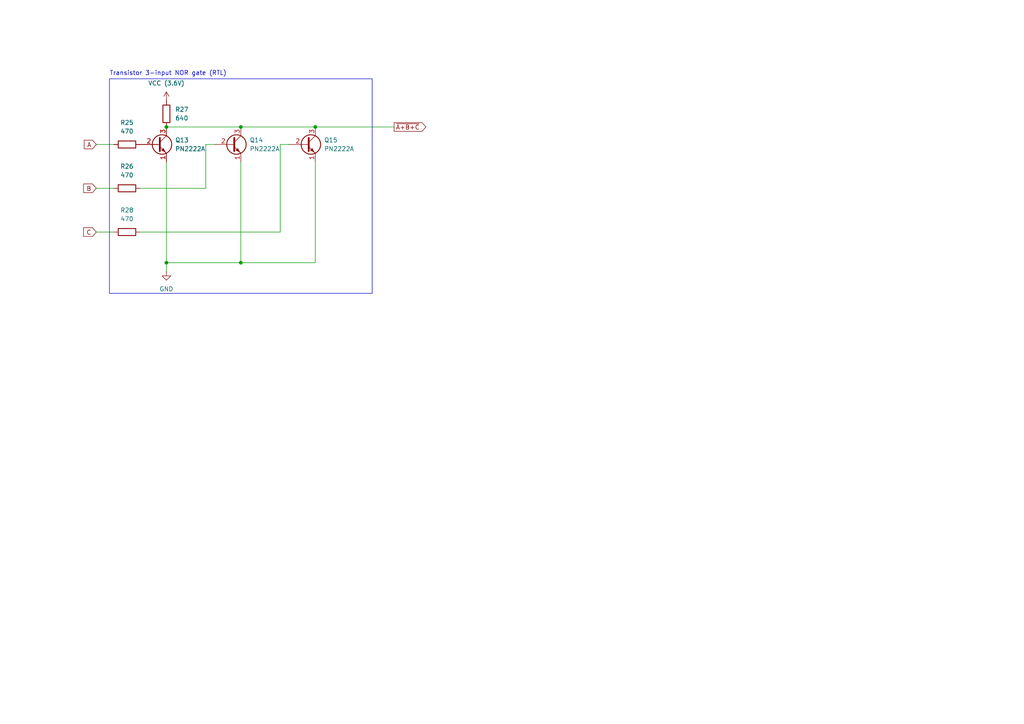
<source format=kicad_sch>
(kicad_sch (version 20231120) (generator "eeschema") (generator_version "8.0")
  (paper "A4")
  (title_block (title "Additional Diagrams") (date "2024-05-02") (company "Silicon Chronicles") (comment 1 "Building AND gates the wrong way") (comment 2 "Part IV"))
  (lib_symbols
    (symbol "Device:R" (pin_numbers hide) (pin_names (offset 0))
      (property "Reference" "R" (at 2.032 0 90))
      (property "Value" "R" (at 0 0 90))
      (symbol "R_0_1"
        (rectangle (start -1.016 -2.54) (end 1.016 2.54) (stroke (width 0.254)))
      )
      (symbol "R_1_1"
        (pin passive line (at 0 3.81 270) (length 1.27) (name "~") (number "1"))
        (pin passive line (at 0 -3.81 90) (length 1.27) (name "~") (number "2"))
      )
    )
    (symbol "Transistor_BJT:PN2222A" (pin_names (offset 0) hide)
      (property "Reference" "Q" (at 5.08 1.905 0))
      (property "Value" "PN2222A" (at 5.08 0 0))
      (symbol "PN2222A_0_1"
        (polyline (pts (xy 0 0) (xy 0.635 0)))
        (polyline (pts (xy 2.54 -2.54) (xy 0.635 -0.635)))
        (polyline (pts (xy 2.54 2.54) (xy 0.635 0.635)))
        (polyline (pts (xy 0.635 1.905) (xy 0.635 -1.905) (xy 0.635 -1.905)) (stroke (width 0.508)))
        (polyline (pts (xy 2.413 -2.413) (xy 1.905 -1.905) (xy 1.905 -1.905)))
        (polyline (pts (xy 1.143 -1.651) (xy 1.651 -1.143) (xy 2.159 -2.159) (xy 1.143 -1.651) (xy 1.143 -1.651)) (fill (type outline)))
        (circle (center 1.27 0) (radius 2.8194) (stroke (width 0.254)))
      )
      (symbol "PN2222A_1_1"
        (pin passive line (at 2.54 -5.08 90) (length 2.54) (name "E") (number "1"))
        (pin input line (at -5.08 0 0) (length 5.08) (name "B") (number "2"))
        (pin passive line (at 2.54 5.08 270) (length 2.54) (name "C") (number "3"))
      )
    )
    (symbol "power:GND" (power) (pin_numbers hide) (pin_names (offset 0) hide)
      (property "Value" "GND" (at 0 -3.81 0))
      (symbol "GND_0_1"
        (polyline (pts (xy 0 0) (xy 0 -1.27) (xy 1.27 -1.27) (xy 0 -2.54) (xy -1.27 -1.27) (xy 0 -1.27)))
      )
      (symbol "GND_1_1"
        (pin power_in line (at 0 0 270) (length 0) (name "~") (number "1"))
      )
    )
    (symbol "power:VCC" (power) (pin_numbers hide) (pin_names (offset 0) hide)
      (property "Value" "VCC" (at 0 3.556 0))
      (symbol "VCC_0_1"
        (polyline (pts (xy -0.762 1.27) (xy 0 2.54)))
        (polyline (pts (xy 0 0) (xy 0 2.54)))
        (polyline (pts (xy 0 2.54) (xy 0.762 1.27)))
      )
      (symbol "VCC_1_1"
        (pin power_in line (at 0 0 90) (length 0) (name "~") (number "1"))
      )
    )
  )
  (junction (at 69.85 36.83))
  (junction (at 91.44 36.83))
  (junction (at 69.85 76.2))
  (junction (at 48.26 36.83))
  (junction (at 48.26 76.2))
  (wire (pts (xy 69.85 46.99) (xy 69.85 76.2)))
  (wire (pts (xy 48.26 76.2) (xy 48.26 78.74)))
  (wire (pts (xy 40.64 67.31) (xy 81.28 67.31)))
  (wire (pts (xy 27.94 41.91) (xy 33.02 41.91)))
  (wire (pts (xy 91.44 76.2) (xy 69.85 76.2)))
  (wire (pts (xy 27.94 67.31) (xy 33.02 67.31)))
  (wire (pts (xy 69.85 76.2) (xy 48.26 76.2)))
  (wire (pts (xy 69.85 36.83) (xy 91.44 36.83)))
  (wire (pts (xy 59.69 41.91) (xy 59.69 54.61)))
  (wire (pts (xy 27.94 54.61) (xy 33.02 54.61)))
  (wire (pts (xy 91.44 36.83) (xy 114.3 36.83)))
  (wire (pts (xy 91.44 46.99) (xy 91.44 76.2)))
  (wire (pts (xy 48.26 36.83) (xy 69.85 36.83)))
  (wire (pts (xy 48.26 46.99) (xy 48.26 76.2)))
  (wire (pts (xy 59.69 54.61) (xy 40.64 54.61)))
  (wire (pts (xy 81.28 41.91) (xy 83.82 41.91)))
  (wire (pts (xy 81.28 67.31) (xy 81.28 41.91)))
  (wire (pts (xy 62.23 41.91) (xy 59.69 41.91)))
  (rectangle (start 31.75 22.86) (end 107.95 85.09))
  (text "Transistor 3-input NOR gate (RTL)" (at 31.75 21.336 0) (effects (font (size 1.27 1.27)) (justify left)))
  (global_label "C" (shape input) (at 27.94 67.31 180) (property "Intersheetrefs" "${INTERSHEET_REFS}" (effects (hide yes))))
  (global_label "B" (shape input) (at 27.94 54.61 180) (property "Intersheetrefs" "${INTERSHEET_REFS}" (effects (hide yes))))
  (global_label "A" (shape input) (at 27.94 41.91 180) (property "Intersheetrefs" "${INTERSHEET_REFS}" (effects (hide yes))))
  (global_label "~{A+B+C}" (shape output) (at 114.3 36.83 0) (property "Intersheetrefs" "${INTERSHEET_REFS}" (effects (hide yes))))
  (symbol (lib_id "Device:R") (at 36.83 41.91 270) (unit 1)
    (property "Reference" "R25" (at 36.83 35.56 90))
    (property "Value" "470" (at 36.83 38.1 90))
    (property "Description" "Resistor" (effects (hide yes)))
  )
  (symbol (lib_id "Device:R") (at 36.83 67.31 270) (unit 1)
    (property "Reference" "R28" (at 36.83 60.96 90))
    (property "Value" "470" (at 36.83 63.5 90))
    (property "Description" "Resistor" (effects (hide yes)))
  )
  (symbol (lib_id "Transistor_BJT:PN2222A") (at 67.31 41.91 0) (unit 1)
    (property "Reference" "Q14" (at 72.39 40.6399 0) (effects (justify left)))
    (property "Value" "PN2222A" (at 72.39 43.1799 0) (effects (justify left)))
    (property "Footprint" "Package_TO_SOT_THT:TO-92_Inline" (effects (hide yes)))
    (property "Datasheet" "https://www.onsemi.com/pub/Collateral/PN2222-D.PDF" (effects (hide yes)))
    (property "Description" "1A Ic, 40V Vce, NPN Transistor, General Purpose Transistor, TO-92" (effects (hide yes)))
  )
  (symbol (lib_id "power:GND") (at 48.26 78.74 0) (unit 1)
    (property "Reference" "#PWR021" (effects (hide yes)))
    (property "Value" "GND" (at 48.26 83.82 0))
    (property "Description" "Power symbol creates a global label with name \"GND\" , ground" (effects (hide yes)))
  )
  (symbol (lib_id "Device:R") (at 48.26 33.02 180) (unit 1)
    (property "Reference" "R27" (at 50.8 31.7499 0) (effects (justify right)))
    (property "Value" "640" (at 50.8 34.2899 0) (effects (justify right)))
    (property "Description" "Resistor" (effects (hide yes)))
  )
  (symbol (lib_id "Device:R") (at 36.83 54.61 270) (unit 1)
    (property "Reference" "R26" (at 36.83 48.26 90))
    (property "Value" "470" (at 36.83 50.8 90))
    (property "Description" "Resistor" (effects (hide yes)))
  )
  (symbol (lib_id "Transistor_BJT:PN2222A") (at 88.9 41.91 0) (unit 1)
    (property "Reference" "Q15" (at 93.98 40.6399 0) (effects (justify left)))
    (property "Value" "PN2222A" (at 93.98 43.1799 0) (effects (justify left)))
    (property "Footprint" "Package_TO_SOT_THT:TO-92_Inline" (effects (hide yes)))
    (property "Datasheet" "https://www.onsemi.com/pub/Collateral/PN2222-D.PDF" (effects (hide yes)))
    (property "Description" "1A Ic, 40V Vce, NPN Transistor, General Purpose Transistor, TO-92" (effects (hide yes)))
  )
  (symbol (lib_id "Transistor_BJT:PN2222A") (at 45.72 41.91 0) (unit 1)
    (property "Reference" "Q13" (at 50.8 40.6399 0) (effects (justify left)))
    (property "Value" "PN2222A" (at 50.8 43.1799 0) (effects (justify left)))
    (property "Footprint" "Package_TO_SOT_THT:TO-92_Inline" (effects (hide yes)))
    (property "Datasheet" "https://www.onsemi.com/pub/Collateral/PN2222-D.PDF" (effects (hide yes)))
    (property "Description" "1A Ic, 40V Vce, NPN Transistor, General Purpose Transistor, TO-92" (effects (hide yes)))
  )
  (symbol (lib_id "power:VCC") (at 48.26 29.21 0) (unit 1)
    (property "Reference" "#PWR020" (effects (hide yes)))
    (property "Value" "VCC (3.6V)" (at 48.26 24.13 0))
    (property "Description" "Power symbol creates a global label with name \"VCC\"" (effects (hide yes)))
  )
)
</source>
